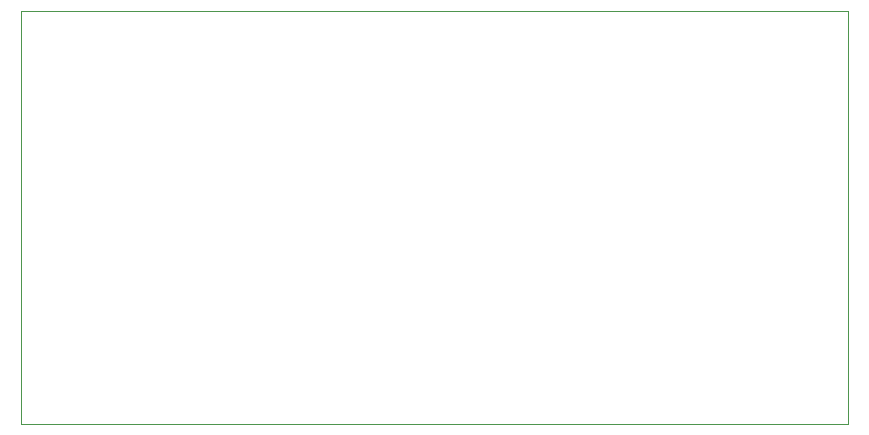
<source format=gbr>
G04 #@! TF.FileFunction,Profile,NP*
%FSLAX46Y46*%
G04 Gerber Fmt 4.6, Leading zero omitted, Abs format (unit mm)*
G04 Created by KiCad (PCBNEW 4.0.4-stable) date 07/06/18 22:55:52*
%MOMM*%
%LPD*%
G01*
G04 APERTURE LIST*
%ADD10C,0.100000*%
G04 APERTURE END LIST*
D10*
X170620000Y-100350000D02*
X100620000Y-100350000D01*
X170620000Y-65350000D02*
X170620000Y-100350000D01*
X100620000Y-65350000D02*
X170620000Y-65350000D01*
X100620000Y-100350000D02*
X100620000Y-65350000D01*
M02*

</source>
